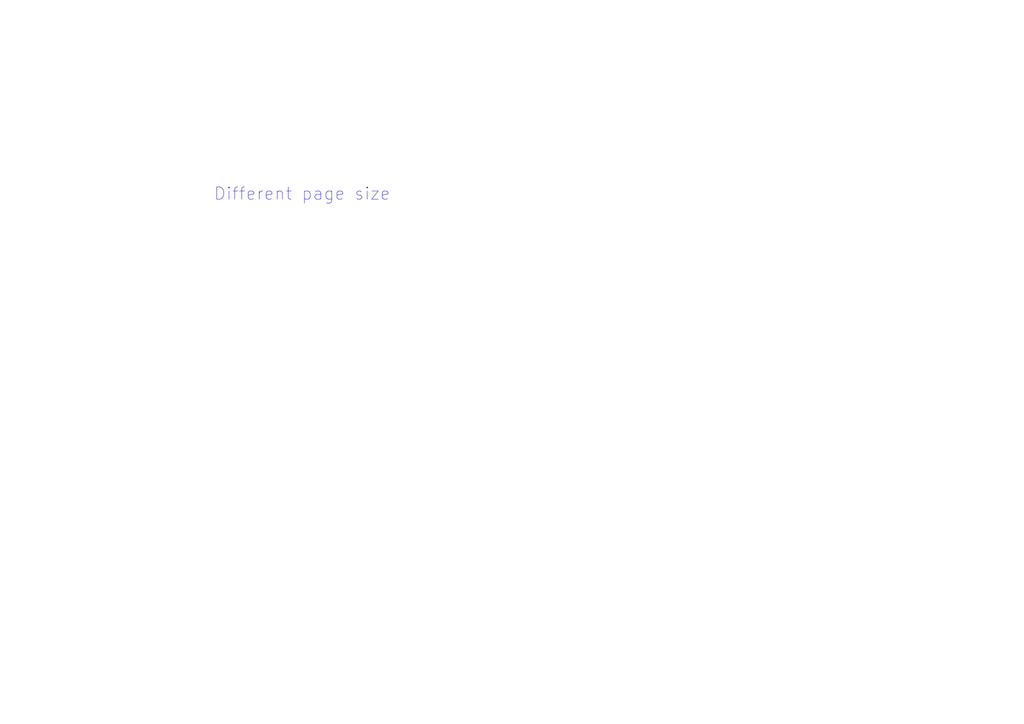
<source format=kicad_sch>
(kicad_sch (version 20211123) (generator eeschema)
  (paper "A3")
  (lib_symbols)
  (text "Different page size" (at 87.63 82.55 0) (effects (font (size 5 5)) (justify left bottom)))
)
</source>
